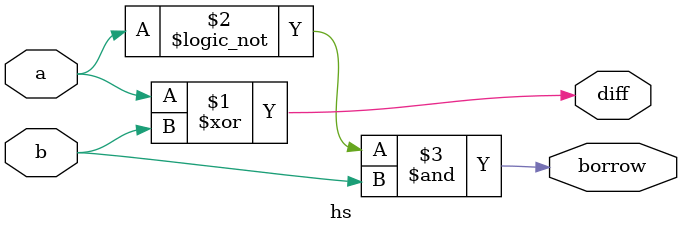
<source format=v>
`timescale 1ns / 1ps
module fs_using_hs(a,b,c,diff,borrow);
    input a,b,c;
    output diff,borrow;

	wire w1,w2,w3;

	hs h1(a,b,w1,w2);
	hs h2(w1,c,diff,w3);
	or o1(borrow,w2,w3);

endmodule



module hs(a,b,diff,borrow);
	input a,b;
	output diff,borrow;
	
	assign diff = a^b;
	assign borrow = !a&b;
	
endmodule

</source>
